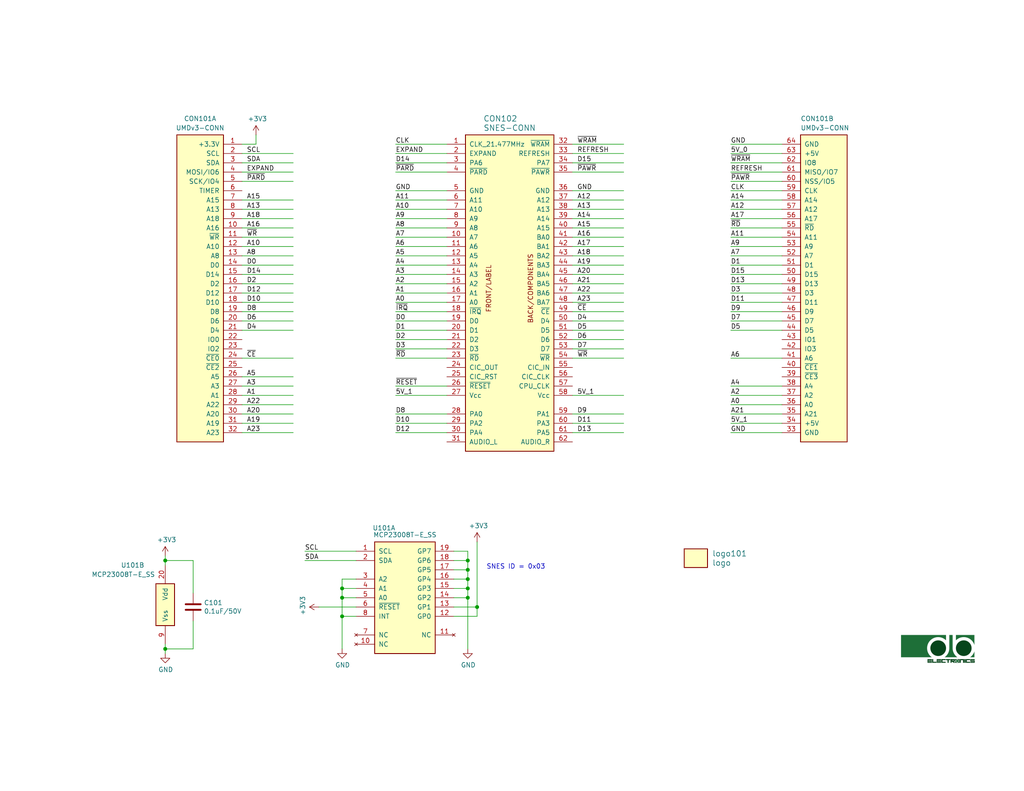
<source format=kicad_sch>
(kicad_sch (version 20230121) (generator eeschema)
  (paper "USLetter")
  (title_block (title "SNES UMDv3 Cartridge Adapter") (date "2024-03-16") (rev "3.0") (company "db Electronics") (comment 1 "Licensed under the CERN OHL v.1.2") (comment 2 "https://github.com/db-electronics/UMDv3-snes-kicad"))
  (lib_symbols
    (symbol "db-artwork:logo" (pin_names (offset 1.016))
      (property "Reference" "logo" (at 0 6.35 0))
      (property "Value" "logo" (at 0 3.81 0))
      (symbol "logo_0_1"
        (rectangle (start -2.54 2.54) (end 3.81 -2.54) (stroke (width 0.254)) (fill (type background)))
      )
    )
    (symbol "db-passives:C_0603" (pin_numbers hide) (pin_names (offset 0.254))
      (property "Reference" "C" (at 0.635 2.54 0))
      (property "Value" "C_0603" (at 0.635 -2.54 0))
      (symbol "C_0603_0_1"
        (polyline (pts (xy -2.032 -0.762) (xy 2.032 -0.762)) (stroke (width 0.508)))
        (polyline (pts (xy -2.032 0.762) (xy 2.032 0.762)) (stroke (width 0.508)))
      )
      (symbol "C_0603_1_1"
        (pin passive line (at 0 3.81 270) (length 2.794) (name "~") (number "1"))
        (pin passive line (at 0 -3.81 90) (length 2.794) (name "~") (number "2"))
      )
    )
    (symbol "db-sem:MCP23008T-E_SS" (pin_names (offset 1.016))
      (property "Reference" "U" (at 2.54 3.81 0))
      (property "Value" "MCP23008T-E_SS" (at 8.89 1.27 0))
      (symbol "MCP23008T-E_SS_1_1"
        (rectangle (start 0 0) (end 16.51 -30.48) (stroke (width 0.254)) (fill (type background)))
        (pin input line (at -5.08 -2.54 0) (length 5.08) (name "SCL") (number "1"))
        (pin no_connect line (at -5.08 -27.94 0) (length 5.08) (name "NC") (number "10"))
        (pin no_connect line (at 21.59 -25.4 180) (length 5.08) (name "NC") (number "11"))
        (pin bidirectional line (at 21.59 -20.32 180) (length 5.08) (name "GP0") (number "12"))
        (pin bidirectional line (at 21.59 -17.78 180) (length 5.08) (name "GP1") (number "13"))
        (pin bidirectional line (at 21.59 -15.24 180) (length 5.08) (name "GP2") (number "14"))
        (pin bidirectional line (at 21.59 -12.7 180) (length 5.08) (name "GP3") (number "15"))
        (pin bidirectional line (at 21.59 -10.16 180) (length 5.08) (name "GP4") (number "16"))
        (pin bidirectional line (at 21.59 -7.62 180) (length 5.08) (name "GP5") (number "17"))
        (pin bidirectional line (at 21.59 -5.08 180) (length 5.08) (name "GP6") (number "18"))
        (pin bidirectional line (at 21.59 -2.54 180) (length 5.08) (name "GP7") (number "19"))
        (pin bidirectional line (at -5.08 -5.08 0) (length 5.08) (name "SDA") (number "2"))
        (pin input line (at -5.08 -10.16 0) (length 5.08) (name "A2") (number "3"))
        (pin input line (at -5.08 -12.7 0) (length 5.08) (name "A1") (number "4"))
        (pin input line (at -5.08 -15.24 0) (length 5.08) (name "A0") (number "5"))
        (pin input line (at -5.08 -17.78 0) (length 5.08) (name "~{RESET}") (number "6"))
        (pin no_connect line (at -5.08 -25.4 0) (length 5.08) (name "NC") (number "7"))
        (pin output line (at -5.08 -20.32 0) (length 5.08) (name "INT") (number "8"))
      )
      (symbol "MCP23008T-E_SS_2_1"
        (rectangle (start 0 0) (end 5.08 -11.43) (stroke (width 0.254)) (fill (type background)))
        (pin power_in line (at 2.54 5.08 270) (length 5.08) (name "Vdd") (number "20"))
        (pin power_in line (at 2.54 -16.51 90) (length 5.08) (name "Vss") (number "9"))
      )
    )
    (symbol "db-vgparts:SNES-CONN" (pin_names (offset 1.016))
      (property "Reference" "CON?" (at 2.54 5.08 0))
      (property "Value" "SNES-CONN" (at 6.35 2.54 0))
      (symbol "SNES-CONN_0_1"
        (rectangle (start 0 0) (end 24.13 -86.36) (stroke (width 0.254)) (fill (type background)))
      )
      (symbol "SNES-CONN_1_1"
        (text "BACK/COMPONENTS" (at 17.78 -41.91 900) (effects (font (size 1.27 1.27))))
        (text "FRONT/LABEL" (at 6.35 -41.91 900) (effects (font (size 1.27 1.27))))
        (pin passive line (at -5.08 -2.54 0) (length 5.08) (name "CLK_21.477MHz") (number "1"))
        (pin passive line (at -5.08 -27.94 0) (length 5.08) (name "A7") (number "10"))
        (pin passive line (at -5.08 -30.48 0) (length 5.08) (name "A6") (number "11"))
        (pin passive line (at -5.08 -33.02 0) (length 5.08) (name "A5") (number "12"))
        (pin passive line (at -5.08 -35.56 0) (length 5.08) (name "A4") (number "13"))
        (pin passive line (at -5.08 -38.1 0) (length 5.08) (name "A3") (number "14"))
        (pin passive line (at -5.08 -40.64 0) (length 5.08) (name "A2") (number "15"))
        (pin passive line (at -5.08 -43.18 0) (length 5.08) (name "A1") (number "16"))
        (pin passive line (at -5.08 -45.72 0) (length 5.08) (name "A0") (number "17"))
        (pin passive line (at -5.08 -48.26 0) (length 5.08) (name "~{IRQ}") (number "18"))
        (pin passive line (at -5.08 -50.8 0) (length 5.08) (name "D0") (number "19"))
        (pin passive line (at -5.08 -5.08 0) (length 5.08) (name "EXPAND") (number "2"))
        (pin passive line (at -5.08 -53.34 0) (length 5.08) (name "D1") (number "20"))
        (pin passive line (at -5.08 -55.88 0) (length 5.08) (name "D2") (number "21"))
        (pin passive line (at -5.08 -58.42 0) (length 5.08) (name "D3") (number "22"))
        (pin passive line (at -5.08 -60.96 0) (length 5.08) (name "~{RD}") (number "23"))
        (pin passive line (at -5.08 -63.5 0) (length 5.08) (name "CIC_OUT") (number "24"))
        (pin passive line (at -5.08 -66.04 0) (length 5.08) (name "CIC_RST") (number "25"))
        (pin passive line (at -5.08 -68.58 0) (length 5.08) (name "~{RESET}") (number "26"))
        (pin passive line (at -5.08 -71.12 0) (length 5.08) (name "Vcc") (number "27"))
        (pin passive line (at -5.08 -76.2 0) (length 5.08) (name "PA0") (number "28"))
        (pin passive line (at -5.08 -78.74 0) (length 5.08) (name "PA2") (number "29"))
        (pin passive line (at -5.08 -7.62 0) (length 5.08) (name "PA6") (number "3"))
        (pin passive line (at -5.08 -81.28 0) (length 5.08) (name "PA4") (number "30"))
        (pin passive line (at -5.08 -83.82 0) (length 5.08) (name "AUDIO_L") (number "31"))
        (pin passive line (at 29.21 -2.54 180) (length 5.08) (name "~{WRAM}") (number "32"))
        (pin passive line (at 29.21 -5.08 180) (length 5.08) (name "REFRESH") (number "33"))
        (pin passive line (at 29.21 -7.62 180) (length 5.08) (name "PA7") (number "34"))
        (pin passive line (at 29.21 -10.16 180) (length 5.08) (name "~{PAWR}") (number "35"))
        (pin passive line (at 29.21 -15.24 180) (length 5.08) (name "GND") (number "36"))
        (pin passive line (at 29.21 -17.78 180) (length 5.08) (name "A12") (number "37"))
        (pin passive line (at 29.21 -20.32 180) (length 5.08) (name "A13") (number "38"))
        (pin passive line (at 29.21 -22.86 180) (length 5.08) (name "A14") (number "39"))
        (pin passive line (at -5.08 -10.16 0) (length 5.08) (name "~{PARD}") (number "4"))
        (pin passive line (at 29.21 -25.4 180) (length 5.08) (name "A15") (number "40"))
        (pin passive line (at 29.21 -27.94 180) (length 5.08) (name "BA0") (number "41"))
        (pin passive line (at 29.21 -30.48 180) (length 5.08) (name "BA1") (number "42"))
        (pin passive line (at 29.21 -33.02 180) (length 5.08) (name "BA2") (number "43"))
        (pin passive line (at 29.21 -35.56 180) (length 5.08) (name "BA3") (number "44"))
        (pin passive line (at 29.21 -38.1 180) (length 5.08) (name "BA4") (number "45"))
        (pin passive line (at 29.21 -40.64 180) (length 5.08) (name "BA5") (number "46"))
        (pin passive line (at 29.21 -43.18 180) (length 5.08) (name "BA6") (number "47"))
        (pin passive line (at 29.21 -45.72 180) (length 5.08) (name "BA7") (number "48"))
        (pin passive line (at 29.21 -48.26 180) (length 5.08) (name "~{CE}") (number "49"))
        (pin passive line (at -5.08 -15.24 0) (length 5.08) (name "GND") (number "5"))
        (pin passive line (at 29.21 -50.8 180) (length 5.08) (name "D4") (number "50"))
        (pin passive line (at 29.21 -53.34 180) (length 5.08) (name "D5") (number "51"))
        (pin passive line (at 29.21 -55.88 180) (length 5.08) (name "D6") (number "52"))
        (pin passive line (at 29.21 -58.42 180) (length 5.08) (name "D7") (number "53"))
        (pin passive line (at 29.21 -60.96 180) (length 5.08) (name "~{WR}") (number "54"))
        (pin passive line (at 29.21 -63.5 180) (length 5.08) (name "CIC_IN") (number "55"))
        (pin passive line (at 29.21 -66.04 180) (length 5.08) (name "CIC_CLK") (number "56"))
        (pin passive line (at 29.21 -68.58 180) (length 5.08) (name "CPU_CLK") (number "57"))
        (pin passive line (at 29.21 -71.12 180) (length 5.08) (name "Vcc") (number "58"))
        (pin passive line (at 29.21 -76.2 180) (length 5.08) (name "PA1") (number "59"))
        (pin passive line (at -5.08 -17.78 0) (length 5.08) (name "A11") (number "6"))
        (pin passive line (at 29.21 -78.74 180) (length 5.08) (name "PA3") (number "60"))
        (pin passive line (at 29.21 -81.28 180) (length 5.08) (name "PA5") (number "61"))
        (pin passive line (at 29.21 -83.82 180) (length 5.08) (name "AUDIO_R") (number "62"))
        (pin passive line (at -5.08 -20.32 0) (length 5.08) (name "A10") (number "7"))
        (pin passive line (at -5.08 -22.86 0) (length 5.08) (name "A9") (number "8"))
        (pin passive line (at -5.08 -25.4 0) (length 5.08) (name "A8") (number "9"))
      )
    )
    (symbol "db-vgparts:UMDv3-CONN" (pin_names (offset 1.016))
      (property "Reference" "CON" (at 3.81 87.63 0))
      (property "Value" "UMDv3-CONN" (at 7.62 85.09 0))
      (symbol "UMDv3-CONN_0_1"
        (rectangle (start 0 83.82) (end 12.7 0) (stroke (width 0.254)) (fill (type background)))
      )
      (symbol "UMDv3-CONN_1_1"
        (pin power_in line (at -5.08 81.28 0) (length 5.08) (name "+3.3V") (number "1"))
        (pin passive line (at -5.08 58.42 0) (length 5.08) (name "A16") (number "10"))
        (pin passive line (at -5.08 55.88 0) (length 5.08) (name "~{WR}") (number "11"))
        (pin passive line (at -5.08 53.34 0) (length 5.08) (name "A10") (number "12"))
        (pin passive line (at -5.08 50.8 0) (length 5.08) (name "A8") (number "13"))
        (pin passive line (at -5.08 48.26 0) (length 5.08) (name "D0") (number "14"))
        (pin passive line (at -5.08 45.72 0) (length 5.08) (name "D14") (number "15"))
        (pin passive line (at -5.08 43.18 0) (length 5.08) (name "D2") (number "16"))
        (pin passive line (at -5.08 40.64 0) (length 5.08) (name "D12") (number "17"))
        (pin passive line (at -5.08 38.1 0) (length 5.08) (name "D10") (number "18"))
        (pin passive line (at -5.08 35.56 0) (length 5.08) (name "D8") (number "19"))
        (pin passive line (at -5.08 78.74 0) (length 5.08) (name "SCL") (number "2"))
        (pin passive line (at -5.08 33.02 0) (length 5.08) (name "D6") (number "20"))
        (pin passive line (at -5.08 30.48 0) (length 5.08) (name "D4") (number "21"))
        (pin passive line (at -5.08 27.94 0) (length 5.08) (name "IO0") (number "22"))
        (pin passive line (at -5.08 25.4 0) (length 5.08) (name "IO2") (number "23"))
        (pin passive line (at -5.08 22.86 0) (length 5.08) (name "~{CE0}") (number "24"))
        (pin passive line (at -5.08 20.32 0) (length 5.08) (name "~{CE2}") (number "25"))
        (pin passive line (at -5.08 17.78 0) (length 5.08) (name "A5") (number "26"))
        (pin passive line (at -5.08 15.24 0) (length 5.08) (name "A3") (number "27"))
        (pin passive line (at -5.08 12.7 0) (length 5.08) (name "A1") (number "28"))
        (pin passive line (at -5.08 10.16 0) (length 5.08) (name "A22") (number "29"))
        (pin passive line (at -5.08 76.2 0) (length 5.08) (name "SDA") (number "3"))
        (pin passive line (at -5.08 7.62 0) (length 5.08) (name "A20") (number "30"))
        (pin passive line (at -5.08 5.08 0) (length 5.08) (name "A19") (number "31"))
        (pin passive line (at -5.08 2.54 0) (length 5.08) (name "A23") (number "32"))
        (pin passive line (at -5.08 73.66 0) (length 5.08) (name "MOSI/IO6") (number "4"))
        (pin passive line (at -5.08 71.12 0) (length 5.08) (name "SCK/IO4") (number "5"))
        (pin passive line (at -5.08 68.58 0) (length 5.08) (name "TIMER") (number "6"))
        (pin passive line (at -5.08 66.04 0) (length 5.08) (name "A15") (number "7"))
        (pin passive line (at -5.08 63.5 0) (length 5.08) (name "A13") (number "8"))
        (pin passive line (at -5.08 60.96 0) (length 5.08) (name "A18") (number "9"))
      )
      (symbol "UMDv3-CONN_2_1"
        (pin power_in line (at -5.08 2.54 0) (length 5.08) (name "GND") (number "33"))
        (pin power_in line (at -5.08 5.08 0) (length 5.08) (name "+5V") (number "34"))
        (pin passive line (at -5.08 7.62 0) (length 5.08) (name "A21") (number "35"))
        (pin passive line (at -5.08 10.16 0) (length 5.08) (name "A0") (number "36"))
        (pin passive line (at -5.08 12.7 0) (length 5.08) (name "A2") (number "37"))
        (pin passive line (at -5.08 15.24 0) (length 5.08) (name "A4") (number "38"))
        (pin passive line (at -5.08 17.78 0) (length 5.08) (name "~{CE3}") (number "39"))
        (pin passive line (at -5.08 20.32 0) (length 5.08) (name "~{CE1}") (number "40"))
        (pin passive line (at -5.08 22.86 0) (length 5.08) (name "A6") (number "41"))
        (pin passive line (at -5.08 25.4 0) (length 5.08) (name "IO3") (number "42"))
        (pin passive line (at -5.08 27.94 0) (length 5.08) (name "IO1") (number "43"))
        (pin passive line (at -5.08 30.48 0) (length 5.08) (name "D5") (number "44"))
        (pin passive line (at -5.08 33.02 0) (length 5.08) (name "D7") (number "45"))
        (pin passive line (at -5.08 35.56 0) (length 5.08) (name "D9") (number "46"))
        (pin passive line (at -5.08 38.1 0) (length 5.08) (name "D11") (number "47"))
        (pin passive line (at -5.08 40.64 0) (length 5.08) (name "D3") (number "48"))
        (pin passive line (at -5.08 43.18 0) (length 5.08) (name "D13") (number "49"))
        (pin passive line (at -5.08 45.72 0) (length 5.08) (name "D15") (number "50"))
        (pin passive line (at -5.08 48.26 0) (length 5.08) (name "D1") (number "51"))
        (pin passive line (at -5.08 50.8 0) (length 5.08) (name "A7") (number "52"))
        (pin passive line (at -5.08 53.34 0) (length 5.08) (name "A9") (number "53"))
        (pin passive line (at -5.08 55.88 0) (length 5.08) (name "A11") (number "54"))
        (pin passive line (at -5.08 58.42 0) (length 5.08) (name "~{RD}") (number "55"))
        (pin passive line (at -5.08 60.96 0) (length 5.08) (name "A17") (number "56"))
        (pin passive line (at -5.08 63.5 0) (length 5.08) (name "A12") (number "57"))
        (pin passive line (at -5.08 66.04 0) (length 5.08) (name "A14") (number "58"))
        (pin passive line (at -5.08 68.58 0) (length 5.08) (name "CLK") (number "59"))
        (pin passive line (at -5.08 71.12 0) (length 5.08) (name "NSS/IO5") (number "60"))
        (pin passive line (at -5.08 73.66 0) (length 5.08) (name "MISO/IO7") (number "61"))
        (pin passive line (at -5.08 76.2 0) (length 5.08) (name "IO8") (number "62"))
        (pin power_in line (at -5.08 78.74 0) (length 5.08) (name "+5V") (number "63"))
        (pin power_in line (at -5.08 81.28 0) (length 5.08) (name "GND") (number "64"))
      )
    )
    (symbol "power:+3.3V" (power) (pin_names (offset 0))
      (property "Value" "+3.3V" (at 0 3.556 0))
      (symbol "+3.3V_0_1"
        (polyline (pts (xy -0.762 1.27) (xy 0 2.54)))
        (polyline (pts (xy 0 0) (xy 0 2.54)))
        (polyline (pts (xy 0 2.54) (xy 0.762 1.27)))
      )
      (symbol "+3.3V_1_1"
        (pin power_in line (at 0 0 90) (length 0) hide (name "+3V3") (number "1"))
      )
    )
    (symbol "power:GND" (power) (pin_names (offset 0))
      (property "Value" "GND" (at 0 -3.81 0))
      (symbol "GND_0_1"
        (polyline (pts (xy 0 0) (xy 0 -1.27) (xy 1.27 -1.27) (xy 0 -2.54) (xy -1.27 -1.27) (xy 0 -1.27)))
      )
      (symbol "GND_1_1"
        (pin power_in line (at 0 0 270) (length 0) hide (name "GND") (number "1"))
      )
    )
  )
  (junction (at 127.635 163.195))
  (junction (at 45.085 153.035))
  (junction (at 45.085 177.165))
  (junction (at 93.345 160.655))
  (junction (at 93.345 163.195))
  (junction (at 93.345 168.275))
  (junction (at 127.635 155.575))
  (junction (at 127.635 153.035))
  (junction (at 127.635 158.115))
  (junction (at 127.635 160.655))
  (junction (at 130.175 165.735))
  (wire (pts (xy 156.21 80.01) (xy 170.18 80.01)))
  (wire (pts (xy 69.85 39.37) (xy 69.85 36.83)))
  (wire (pts (xy 66.04 69.85) (xy 80.01 69.85)))
  (wire (pts (xy 66.04 74.93) (xy 80.01 74.93)))
  (wire (pts (xy 199.39 49.53) (xy 213.36 49.53)))
  (wire (pts (xy 199.39 107.95) (xy 213.36 107.95)))
  (wire (pts (xy 45.085 178.435) (xy 45.085 177.165)))
  (wire (pts (xy 156.21 87.63) (xy 170.18 87.63)))
  (wire (pts (xy 107.95 92.71) (xy 121.92 92.71)))
  (wire (pts (xy 107.95 64.77) (xy 121.92 64.77)))
  (wire (pts (xy 107.95 59.69) (xy 121.92 59.69)))
  (wire (pts (xy 107.95 69.85) (xy 121.92 69.85)))
  (wire (pts (xy 45.085 153.035) (xy 45.085 154.305)))
  (wire (pts (xy 107.95 52.07) (xy 121.92 52.07)))
  (wire (pts (xy 45.085 177.165) (xy 45.085 175.895)))
  (wire (pts (xy 45.085 151.765) (xy 45.085 153.035)))
  (wire (pts (xy 127.635 158.115) (xy 127.635 160.655)))
  (wire (pts (xy 107.95 90.17) (xy 121.92 90.17)))
  (wire (pts (xy 123.825 150.495) (xy 127.635 150.495)))
  (wire (pts (xy 156.21 62.23) (xy 170.18 62.23)))
  (wire (pts (xy 107.95 82.55) (xy 121.92 82.55)))
  (wire (pts (xy 66.04 87.63) (xy 80.01 87.63)))
  (wire (pts (xy 199.39 85.09) (xy 213.36 85.09)))
  (wire (pts (xy 123.825 160.655) (xy 127.635 160.655)))
  (wire (pts (xy 156.21 59.69) (xy 170.18 59.69)))
  (wire (pts (xy 86.995 165.735) (xy 97.155 165.735)))
  (wire (pts (xy 199.39 46.99) (xy 213.36 46.99)))
  (wire (pts (xy 156.21 113.03) (xy 170.18 113.03)))
  (wire (pts (xy 107.95 118.11) (xy 121.92 118.11)))
  (wire (pts (xy 199.39 105.41) (xy 213.36 105.41)))
  (wire (pts (xy 66.04 107.95) (xy 80.01 107.95)))
  (wire (pts (xy 97.155 150.495) (xy 83.185 150.495)))
  (wire (pts (xy 107.95 107.95) (xy 121.92 107.95)))
  (wire (pts (xy 66.04 118.11) (xy 80.01 118.11)))
  (wire (pts (xy 199.39 82.55) (xy 213.36 82.55)))
  (wire (pts (xy 107.95 72.39) (xy 121.92 72.39)))
  (wire (pts (xy 52.705 177.165) (xy 52.705 169.545)))
  (wire (pts (xy 199.39 74.93) (xy 213.36 74.93)))
  (wire (pts (xy 130.175 147.955) (xy 130.175 165.735)))
  (wire (pts (xy 66.04 49.53) (xy 80.01 49.53)))
  (wire (pts (xy 199.39 72.39) (xy 213.36 72.39)))
  (wire (pts (xy 127.635 150.495) (xy 127.635 153.035)))
  (wire (pts (xy 156.21 67.31) (xy 170.18 67.31)))
  (wire (pts (xy 130.175 168.275) (xy 123.825 168.275)))
  (wire (pts (xy 107.95 105.41) (xy 121.92 105.41)))
  (wire (pts (xy 93.345 163.195) (xy 93.345 168.275)))
  (wire (pts (xy 156.21 82.55) (xy 170.18 82.55)))
  (wire (pts (xy 199.39 62.23) (xy 213.36 62.23)))
  (wire (pts (xy 127.635 163.195) (xy 127.635 177.165)))
  (wire (pts (xy 199.39 59.69) (xy 213.36 59.69)))
  (wire (pts (xy 107.95 97.79) (xy 121.92 97.79)))
  (wire (pts (xy 107.95 113.03) (xy 121.92 113.03)))
  (wire (pts (xy 93.345 158.115) (xy 93.345 160.655)))
  (wire (pts (xy 45.085 153.035) (xy 52.705 153.035)))
  (wire (pts (xy 156.21 41.91) (xy 170.18 41.91)))
  (wire (pts (xy 156.21 57.15) (xy 170.18 57.15)))
  (wire (pts (xy 199.39 118.11) (xy 213.36 118.11)))
  (wire (pts (xy 107.95 41.91) (xy 121.92 41.91)))
  (wire (pts (xy 66.04 39.37) (xy 69.85 39.37)))
  (wire (pts (xy 66.04 62.23) (xy 80.01 62.23)))
  (wire (pts (xy 199.39 41.91) (xy 213.36 41.91)))
  (wire (pts (xy 156.21 64.77) (xy 170.18 64.77)))
  (wire (pts (xy 107.95 39.37) (xy 121.92 39.37)))
  (wire (pts (xy 123.825 155.575) (xy 127.635 155.575)))
  (wire (pts (xy 199.39 110.49) (xy 213.36 110.49)))
  (wire (pts (xy 107.95 67.31) (xy 121.92 67.31)))
  (wire (pts (xy 127.635 155.575) (xy 127.635 158.115)))
  (wire (pts (xy 66.04 105.41) (xy 80.01 105.41)))
  (wire (pts (xy 127.635 160.655) (xy 127.635 163.195)))
  (wire (pts (xy 199.39 64.77) (xy 213.36 64.77)))
  (wire (pts (xy 66.04 67.31) (xy 80.01 67.31)))
  (wire (pts (xy 66.04 85.09) (xy 80.01 85.09)))
  (wire (pts (xy 97.155 160.655) (xy 93.345 160.655)))
  (wire (pts (xy 156.21 92.71) (xy 170.18 92.71)))
  (wire (pts (xy 199.39 97.79) (xy 213.36 97.79)))
  (wire (pts (xy 199.39 77.47) (xy 213.36 77.47)))
  (wire (pts (xy 156.21 77.47) (xy 170.18 77.47)))
  (wire (pts (xy 66.04 102.87) (xy 80.01 102.87)))
  (wire (pts (xy 156.21 44.45) (xy 170.18 44.45)))
  (wire (pts (xy 107.95 95.25) (xy 121.92 95.25)))
  (wire (pts (xy 66.04 80.01) (xy 80.01 80.01)))
  (wire (pts (xy 107.95 54.61) (xy 121.92 54.61)))
  (wire (pts (xy 199.39 87.63) (xy 213.36 87.63)))
  (wire (pts (xy 93.345 160.655) (xy 93.345 163.195)))
  (wire (pts (xy 66.04 72.39) (xy 80.01 72.39)))
  (wire (pts (xy 97.155 158.115) (xy 93.345 158.115)))
  (wire (pts (xy 107.95 44.45) (xy 121.92 44.45)))
  (wire (pts (xy 66.04 82.55) (xy 80.01 82.55)))
  (wire (pts (xy 199.39 44.45) (xy 213.36 44.45)))
  (wire (pts (xy 107.95 80.01) (xy 121.92 80.01)))
  (wire (pts (xy 97.155 163.195) (xy 93.345 163.195)))
  (wire (pts (xy 107.95 57.15) (xy 121.92 57.15)))
  (wire (pts (xy 156.21 69.85) (xy 170.18 69.85)))
  (wire (pts (xy 156.21 46.99) (xy 170.18 46.99)))
  (wire (pts (xy 156.21 54.61) (xy 170.18 54.61)))
  (wire (pts (xy 66.04 113.03) (xy 80.01 113.03)))
  (wire (pts (xy 97.155 153.035) (xy 83.185 153.035)))
  (wire (pts (xy 66.04 77.47) (xy 80.01 77.47)))
  (wire (pts (xy 199.39 115.57) (xy 213.36 115.57)))
  (wire (pts (xy 107.95 115.57) (xy 121.92 115.57)))
  (wire (pts (xy 199.39 39.37) (xy 213.36 39.37)))
  (wire (pts (xy 156.21 95.25) (xy 170.18 95.25)))
  (wire (pts (xy 107.95 74.93) (xy 121.92 74.93)))
  (wire (pts (xy 66.04 110.49) (xy 80.01 110.49)))
  (wire (pts (xy 66.04 44.45) (xy 80.01 44.45)))
  (wire (pts (xy 123.825 153.035) (xy 127.635 153.035)))
  (wire (pts (xy 123.825 163.195) (xy 127.635 163.195)))
  (wire (pts (xy 107.95 87.63) (xy 121.92 87.63)))
  (wire (pts (xy 156.21 107.95) (xy 170.18 107.95)))
  (wire (pts (xy 156.21 74.93) (xy 170.18 74.93)))
  (wire (pts (xy 127.635 153.035) (xy 127.635 155.575)))
  (wire (pts (xy 156.21 90.17) (xy 170.18 90.17)))
  (wire (pts (xy 199.39 67.31) (xy 213.36 67.31)))
  (wire (pts (xy 156.21 118.11) (xy 170.18 118.11)))
  (wire (pts (xy 199.39 52.07) (xy 213.36 52.07)))
  (wire (pts (xy 66.04 90.17) (xy 80.01 90.17)))
  (wire (pts (xy 66.04 64.77) (xy 80.01 64.77)))
  (wire (pts (xy 66.04 54.61) (xy 80.01 54.61)))
  (wire (pts (xy 199.39 90.17) (xy 213.36 90.17)))
  (wire (pts (xy 156.21 97.79) (xy 170.18 97.79)))
  (wire (pts (xy 199.39 80.01) (xy 213.36 80.01)))
  (wire (pts (xy 66.04 46.99) (xy 80.01 46.99)))
  (wire (pts (xy 45.085 177.165) (xy 52.705 177.165)))
  (wire (pts (xy 93.345 168.275) (xy 93.345 177.165)))
  (wire (pts (xy 156.21 72.39) (xy 170.18 72.39)))
  (wire (pts (xy 66.04 41.91) (xy 80.01 41.91)))
  (wire (pts (xy 66.04 115.57) (xy 80.01 115.57)))
  (wire (pts (xy 107.95 77.47) (xy 121.92 77.47)))
  (wire (pts (xy 107.95 62.23) (xy 121.92 62.23)))
  (wire (pts (xy 52.705 153.035) (xy 52.705 161.925)))
  (wire (pts (xy 97.155 168.275) (xy 93.345 168.275)))
  (wire (pts (xy 66.04 59.69) (xy 80.01 59.69)))
  (wire (pts (xy 199.39 69.85) (xy 213.36 69.85)))
  (wire (pts (xy 199.39 54.61) (xy 213.36 54.61)))
  (wire (pts (xy 156.21 39.37) (xy 170.18 39.37)))
  (wire (pts (xy 107.95 85.09) (xy 121.92 85.09)))
  (wire (pts (xy 156.21 115.57) (xy 170.18 115.57)))
  (wire (pts (xy 156.21 85.09) (xy 170.18 85.09)))
  (wire (pts (xy 107.95 46.99) (xy 121.92 46.99)))
  (wire (pts (xy 199.39 57.15) (xy 213.36 57.15)))
  (wire (pts (xy 130.175 165.735) (xy 130.175 168.275)))
  (wire (pts (xy 66.04 97.79) (xy 80.01 97.79)))
  (wire (pts (xy 123.825 158.115) (xy 127.635 158.115)))
  (wire (pts (xy 199.39 113.03) (xy 213.36 113.03)))
  (wire (pts (xy 66.04 57.15) (xy 80.01 57.15)))
  (wire (pts (xy 123.825 165.735) (xy 130.175 165.735)))
  (wire (pts (xy 156.21 52.07) (xy 170.18 52.07)))
  (image (at 255.905 177.165) (scale 0.4))
  (text "SNES ID = 0x03" (at 132.715 155.575 0) (effects (font (size 1.27 1.27)) (justify left bottom)))
  (label "D3" (at 199.39 80.01 0))
  (label "A5" (at 67.31 102.87 0))
  (label "~{RD}" (at 199.39 62.23 0))
  (label "A6" (at 107.95 67.31 0))
  (label "D0" (at 67.31 72.39 0))
  (label "A15" (at 67.31 54.61 0))
  (label "~{PARD}" (at 107.95 46.99 0))
  (label "D9" (at 199.39 85.09 0))
  (label "A17" (at 157.48 67.31 0))
  (label "A21" (at 199.39 113.03 0))
  (label "A18" (at 67.31 59.69 0))
  (label "A3" (at 107.95 74.93 0))
  (label "SCL" (at 83.185 150.495 0))
  (label "EXPAND" (at 107.95 41.91 0))
  (label "REFRESH" (at 157.48 41.91 0))
  (label "A19" (at 67.31 115.57 0))
  (label "D0" (at 107.95 87.63 0))
  (label "GND" (at 107.95 52.07 0))
  (label "A14" (at 157.48 59.69 0))
  (label "A0" (at 107.95 82.55 0))
  (label "D5" (at 157.48 90.17 0))
  (label "A21" (at 157.48 77.47 0))
  (label "A10" (at 67.31 67.31 0))
  (label "A1" (at 67.31 107.95 0))
  (label "D9" (at 157.48 113.03 0))
  (label "A0" (at 199.39 110.49 0))
  (label "A20" (at 67.31 113.03 0))
  (label "A12" (at 199.39 57.15 0))
  (label "~{RESET}" (at 107.95 105.41 0))
  (label "CLK" (at 199.39 52.07 0))
  (label "A19" (at 157.48 72.39 0))
  (label "D7" (at 157.48 95.25 0))
  (label "D14" (at 67.31 74.93 0))
  (label "D7" (at 199.39 87.63 0))
  (label "D13" (at 157.48 118.11 0))
  (label "A4" (at 199.39 105.41 0))
  (label "~{WR}" (at 157.48 97.79 0))
  (label "CLK" (at 107.95 39.37 0))
  (label "~{CE}" (at 67.31 97.79 0))
  (label "5V_0" (at 199.39 41.91 0))
  (label "A9" (at 107.95 59.69 0))
  (label "A2" (at 199.39 107.95 0))
  (label "GND" (at 157.48 52.07 0))
  (label "A8" (at 67.31 69.85 0))
  (label "SCL" (at 67.31 41.91 0))
  (label "A16" (at 67.31 62.23 0))
  (label "A13" (at 157.48 57.15 0))
  (label "A14" (at 199.39 54.61 0))
  (label "GND" (at 199.39 118.11 0))
  (label "D1" (at 107.95 90.17 0))
  (label "~{IRQ}" (at 107.95 85.09 0))
  (label "D2" (at 107.95 92.71 0))
  (label "SDA" (at 83.185 153.035 0))
  (label "D11" (at 157.48 115.57 0))
  (label "A17" (at 199.39 59.69 0))
  (label "~{PAWR}" (at 199.39 49.53 0))
  (label "A23" (at 157.48 82.55 0))
  (label "~{CE}" (at 157.48 85.09 0))
  (label "A12" (at 157.48 54.61 0))
  (label "REFRESH" (at 199.39 46.99 0))
  (label "~{PARD}" (at 67.31 49.53 0))
  (label "SDA" (at 67.31 44.45 0))
  (label "~{WRAM}" (at 199.39 44.45 0))
  (label "5V_1" (at 199.39 115.57 0))
  (label "A3" (at 67.31 105.41 0))
  (label "D10" (at 67.31 82.55 0))
  (label "A6" (at 199.39 97.79 0))
  (label "A22" (at 157.48 80.01 0))
  (label "D13" (at 199.39 77.47 0))
  (label "~{PAWR}" (at 157.48 46.99 0))
  (label "EXPAND" (at 67.31 46.99 0))
  (label "A16" (at 157.48 64.77 0))
  (label "A5" (at 107.95 69.85 0))
  (label "A15" (at 157.48 62.23 0))
  (label "D6" (at 67.31 87.63 0))
  (label "D4" (at 157.48 87.63 0))
  (label "A4" (at 107.95 72.39 0))
  (label "A20" (at 157.48 74.93 0))
  (label "A11" (at 107.95 54.61 0))
  (label "A18" (at 157.48 69.85 0))
  (label "5V_1" (at 107.95 107.95 0))
  (label "D11" (at 199.39 82.55 0))
  (label "D15" (at 157.48 44.45 0))
  (label "A2" (at 107.95 77.47 0))
  (label "D2" (at 67.31 77.47 0))
  (label "~{RD}" (at 107.95 97.79 0))
  (label "D8" (at 67.31 85.09 0))
  (label "A9" (at 199.39 67.31 0))
  (label "GND" (at 199.39 39.37 0))
  (label "D15" (at 199.39 74.93 0))
  (label "D14" (at 107.95 44.45 0))
  (label "D4" (at 67.31 90.17 0))
  (label "A10" (at 107.95 57.15 0))
  (label "D3" (at 107.95 95.25 0))
  (label "A7" (at 107.95 64.77 0))
  (label "A22" (at 67.31 110.49 0))
  (label "A13" (at 67.31 57.15 0))
  (label "D10" (at 107.95 115.57 0))
  (label "5V_1" (at 157.48 107.95 0))
  (label "D12" (at 107.95 118.11 0))
  (label "D5" (at 199.39 90.17 0))
  (label "D8" (at 107.95 113.03 0))
  (label "A1" (at 107.95 80.01 0))
  (label "~{WRAM}" (at 157.48 39.37 0))
  (label "D1" (at 199.39 72.39 0))
  (label "D12" (at 67.31 80.01 0))
  (label "A11" (at 199.39 64.77 0))
  (label "A23" (at 67.31 118.11 0))
  (label "A7" (at 199.39 69.85 0))
  (label "D6" (at 157.48 92.71 0))
  (label "A8" (at 107.95 62.23 0))
  (label "~{WR}" (at 67.31 64.77 0))
  (symbol (lib_id "db-sem:MCP23008T-E_SS") (at 102.235 147.955 0) (unit 1)
    (property "Reference" "U101" (at 104.775 144.145 0))
    (property "Value" "MCP23008T-E_SS" (at 110.49 146.0246 0))
    (property "Footprint" "db-smt:SSOP-20" (effects hide))
    (property "Datasheet" "http://www.microchip.com/mymicrochip/filehandler.aspx?ddocname=en021920" (effects hide))
    (property "Digikey" "MCP23008T-E/SSCT-ND" (effects hide))
    (property "Description" "IC I/O EXPANDER 8BIT I2C 20-SSOP" (effects hide))
  )
  (symbol (lib_id "db-sem:MCP23008T-E_SS") (at 42.545 159.385 0) (unit 2)
    (property "Reference" "U101" (at 36.195 154.305 0))
    (property "Value" "MCP23008T-E_SS" (at 33.655 156.845 0))
    (property "Footprint" "db-smt:SSOP-20" (effects hide))
    (property "Datasheet" "http://www.microchip.com/mymicrochip/filehandler.aspx?ddocname=en021920" (effects hide))
    (property "Digikey" "MCP23008T-E/SSCT-ND" (effects hide))
    (property "Description" "IC I/O EXPANDER 8BIT I2C 20-SSOP" (effects hide))
  )
  (symbol (lib_id "db-vgparts:SNES-CONN") (at 127 36.83 0) (unit 1)
    (property "Reference" "CON102" (at 136.525 32.385 0) (effects (font (size 1.524 1.524))))
    (property "Value" "SNES-CONN" (at 139.065 34.925 0) (effects (font (size 1.524 1.524))))
    (property "Footprint" "db-thparts:SNES-CONN-EXP" (effects hide))
  )
  (symbol (lib_id "power:GND") (at 93.345 177.165 0) (unit 1)
    (property "Reference" "#PWR0105" (effects hide))
    (property "Value" "GND" (at 93.472 181.5592 0))
  )
  (symbol (lib_id "db-vgparts:UMDv3-CONN") (at 218.44 120.65 0) (unit 2)
    (property "Reference" "CON101" (at 218.44 32.3881 0) (effects (justify left)))
    (property "Value" "UMDv3-CONN" (at 218.44 34.925 0) (effects (justify left)))
    (property "Footprint" "db-thparts:UMDv3-CONN-DIP64" (effects hide))
    (property "Datasheet" "http://suddendocs.samtec.com/prints/ssw-1xx-xx-xxx-x-xx-xxx-xx-mkt.pdf" (effects hide))
    (property "Digikey" "SAM1211-32-ND" (effects hide))
    (property "Description" "CONN RCPT 32POS 0.1 GOLD PCB" (effects hide))
  )
  (symbol (lib_id "power:GND") (at 127.635 177.165 0) (unit 1)
    (property "Reference" "#PWR0106" (effects hide))
    (property "Value" "GND" (at 127.762 181.5592 0))
  )
  (symbol (lib_id "db-vgparts:UMDv3-CONN") (at 60.96 120.65 0) (mirror y) (unit 1)
    (property "Reference" "CON101" (at 54.61 32.3881 0))
    (property "Value" "UMDv3-CONN" (at 54.61 34.925 0))
    (property "Footprint" "db-thparts:UMDv3-CONN-DIP64" (effects hide))
    (property "Datasheet" "http://suddendocs.samtec.com/prints/ssw-1xx-xx-xxx-x-xx-xxx-xx-mkt.pdf" (effects hide))
    (property "Digikey" "SAM1211-32-ND" (effects hide))
    (property "Description" "CONN RCPT 32POS 0.1 GOLD PCB" (effects hide))
  )
  (symbol (lib_id "db-artwork:logo") (at 189.23 152.4 0) (unit 1)
    (property "Reference" "logo101" (at 194.31 151.13 0) (effects (font (size 1.524 1.524)) (justify left)))
    (property "Value" "logo" (at 194.31 153.67 0) (effects (font (size 1.524 1.524)) (justify left)))
    (property "Footprint" "db-artwork:db-logo_7.5mm" (effects hide))
  )
  (symbol (lib_id "power:+3.3V") (at 130.175 147.955 0) (unit 1)
    (property "Reference" "#PWR0107" (effects hide))
    (property "Value" "+3.3V" (at 130.556 143.5608 0))
  )
  (symbol (lib_id "db-passives:C_0603") (at 52.705 165.735 0) (unit 1)
    (property "Reference" "C101" (at 55.626 164.5666 0) (effects (justify left)))
    (property "Value" "0.1uF/50V" (at 55.626 166.878 0) (effects (justify left)))
    (property "Footprint" "db-smt:0603" (effects hide))
    (property "Digikey" "478-5052-1-ND" (effects hide))
    (property "Description" "CAP CER 0.1UF 50V X7R 0603" (effects hide))
  )
  (symbol (lib_id "power:+3.3V") (at 86.995 165.735 90) (unit 1)
    (property "Reference" "#PWR0104" (effects hide))
    (property "Value" "+3.3V" (at 82.6008 165.354 0))
  )
  (symbol (lib_id "power:+3.3V") (at 69.85 36.83 0) (unit 1)
    (property "Reference" "#PWR0101" (effects hide))
    (property "Value" "+3.3V" (at 70.231 32.4358 0))
  )
  (symbol (lib_id "power:GND") (at 45.085 178.435 0) (unit 1)
    (property "Reference" "#PWR0103" (effects hide))
    (property "Value" "GND" (at 45.212 182.8292 0))
  )
  (symbol (lib_id "power:+3.3V") (at 45.085 151.765 0) (unit 1)
    (property "Reference" "#PWR0102" (effects hide))
    (property "Value" "+3.3V" (at 45.466 147.3708 0))
  )
)
</source>
